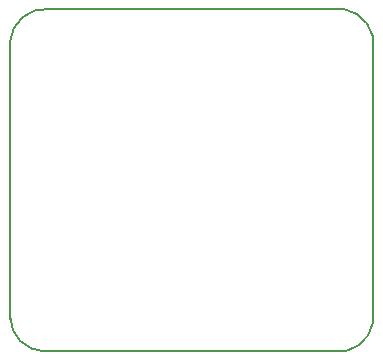
<source format=gm1>
G04 #@! TF.FileFunction,Profile,NP*
%FSLAX46Y46*%
G04 Gerber Fmt 4.6, Leading zero omitted, Abs format (unit mm)*
G04 Created by KiCad (PCBNEW 4.0.6) date Sun May 21 13:38:15 2017*
%MOMM*%
%LPD*%
G01*
G04 APERTURE LIST*
%ADD10C,0.100000*%
%ADD11C,0.150000*%
G04 APERTURE END LIST*
D10*
D11*
X115000000Y-113750000D02*
X115000000Y-90250000D01*
X142250000Y-116500000D02*
X118000000Y-116500000D01*
X145750000Y-91000000D02*
X145750000Y-114000000D01*
X118250000Y-87500000D02*
X143250000Y-87500000D01*
X142250000Y-116500000D02*
G75*
G03X145750000Y-114000000I500000J3000000D01*
G01*
X115000000Y-113500000D02*
G75*
G03X118000000Y-116500000I3000000J0D01*
G01*
X118250000Y-87500000D02*
G75*
G03X115000000Y-90250000I-250000J-3000000D01*
G01*
X145750000Y-91000000D02*
G75*
G03X143250000Y-87500000I-3000000J500000D01*
G01*
M02*

</source>
